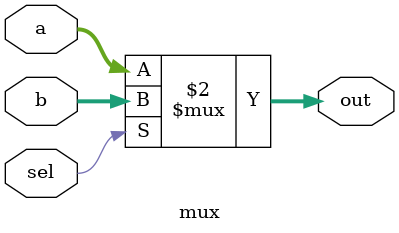
<source format=v>
`timescale 1ns / 1ps


module mux(
input wire [31:0] a, b, input wire sel,
output reg [31:0] out

    );
    
    always @(*) 
    begin
    out <= (sel) ? b : a;
    end
endmodule

</source>
